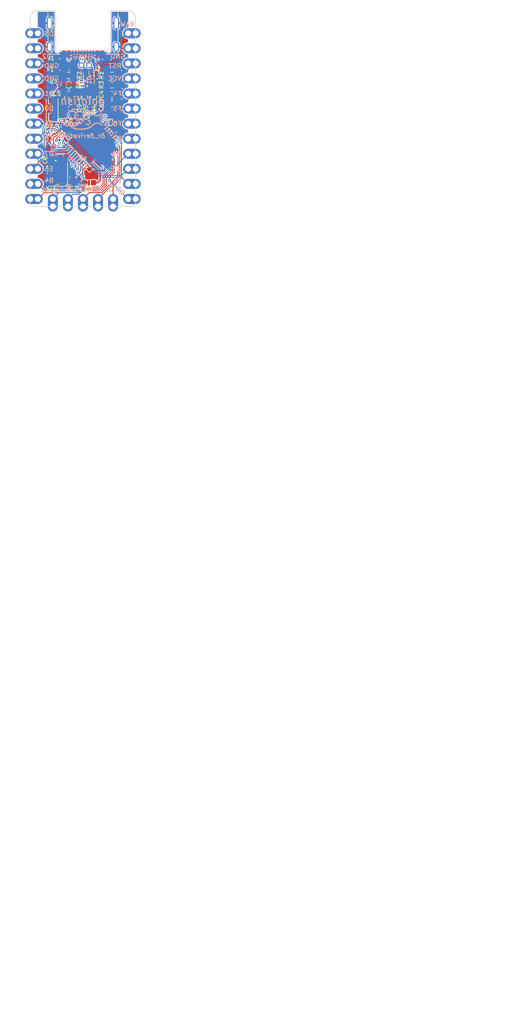
<source format=kicad_pcb>
(kicad_pcb (version 20211014) (generator pcbnew)
  (title_block (title "Goldfish v2") (date "2022-05-24") (rev "0"))
  (layers (0 "F.Cu" signal) (31 "B.Cu" signal) (34 "B.Paste" user) (35 "F.Paste" user) (36 "B.SilkS" user "B.Silkscreen") (37 "F.SilkS" user "F.Silkscreen") (38 "B.Mask" user) (39 "F.Mask" user) (44 "Edge.Cuts" user))
  (net 0 "")
  (net 1 "VCC")
  (net 2 "GND")
  (net 3 "VBUS")
  (net 4 "Net-(C7-Pad1)")
  (net 5 "Net-(C8-Pad1)")
  (net 6 "Net-(C9-Pad1)")
  (net 7 "Net-(C10-Pad1)")
  (net 8 "Net-(J1-PadA5)")
  (net 9 "/D+")
  (net 10 "/D-")
  (net 12 "Net-(J1-PadB5)")
  (net 14 "/RESET")
  (net 15 "/PF4")
  (net 16 "/PF5")
  (net 17 "/PF6")
  (net 18 "/PF7")
  (net 19 "/PB1")
  (net 20 "/PB3")
  (net 21 "/PB2")
  (net 22 "/PB6")
  (net 23 "/PB5")
  (net 24 "/PB4")
  (net 25 "/PE6")
  (net 26 "/PD7")
  (net 27 "/PC6")
  (net 28 "/PD4")
  (net 29 "/PD0")
  (net 30 "/PD1")
  (net 31 "/PD2")
  (net 32 "/PD3")
  (net 33 "/PF0")
  (net 34 "/PF1")
  (net 35 "/PC7")
  (net 36 "/PD5")
  (net 37 "/PB7")
  (net 38 "Net-(R4-Pad1)")
  (net 39 "/PD+")
  (net 42 "/PD-")
  (net 43 "Net-(R5-Pad2)")
  (net 44 "/RAW")
  (footprint "Resistor_SMD:R_0603_1608Metric" (layer "F.Cu") (at 31.8 38.1 90)
    (fp_text reference "R5")
    (fp_text value "22")
  )
  (footprint "Capacitor_SMD:C_0603_1608Metric" (layer "F.Cu") (at 24.2 45.9 -90)
    (fp_text reference "C1")
    (fp_text value "0u1")
  )
  (footprint "Resistor_SMD:R_0603_1608Metric" (layer "F.Cu") (at 27.6 34.4)
    (fp_text reference "R2")
    (fp_text value "5k1")
  )
  (footprint "Diode_SMD:D_SOD-123F" (layer "F.Cu") (at 24.8 40 90)
    (fp_text reference "D1")
    (fp_text value "D_Schottky")
  )
  (footprint "Capacitor_SMD:C_0603_1608Metric" (layer "F.Cu") (at 27.6 37.6 180)
    (fp_text reference "C5")
    (fp_text value "0u1")
  )
  (footprint "Resistor_SMD:R_0603_1608Metric" (layer "F.Cu") (at 34.9 36)
    (fp_text reference "R3")
    (fp_text value "10k")
  )
  (footprint "Crystal:Crystal_SMD_SeikoEpson_FA238-4Pin_3.2x2.5mm" (layer "F.Cu") (at 25.8 51.1 90)
    (fp_text reference "X1")
    (fp_text value "16MHz")
  )
  (footprint "Molex 216990_GCT USB45xx_HRO TYPE-C-31-M-13x:Molex-216990_GCT-USB45xx_HRO-TYPE-C-31-M-13x" (layer "F.Cu") (at 30 23.49 180)
    (fp_text reference "J1")
    (fp_text value "USB_C_Receptacle_USB2.0")
    (fp_line (start 4.62 -6.7) (end 4.62 0) (layer "Edge.Cuts") (width 0.12))
    (fp_line (start -4.62 0) (end -4.62 -6.7) (layer "Edge.Cuts") (width 0.12))
    (fp_line (start -4.02 -6.7) (end 4.02 -6.7) (layer "Edge.Cuts") (width 0.12))
    (fp_line (start 4.62 0) (end 7.62 0) (layer "Edge.Cuts") (width 0.12))
    (fp_line (start -7.62 0) (end -4.62 0) (layer "Edge.Cuts") (width 0.12))
    (fp_arc (start -4.62 -6.7) (mid -4.32 -7) (end -4.02 -6.7) (layer "Edge.Cuts") (width 0.12))
    (fp_arc (start 4.02 -6.7) (mid 4.32 -7) (end 4.62 -6.7) (layer "Edge.Cuts") (width 0.12))
  )
  (footprint "Capacitor_SMD:C_0603_1608Metric" (layer "F.Cu") (at 25.4 48.2)
    (fp_text reference "C8")
    (fp_text value "22p")
  )
  (footprint "Package_DFN_QFN:QFN-44-1EP_7x7mm_P0.5mm_EP5.2x5.2mm" (layer "F.Cu") (at 31.1 45.7 -45)
    (fp_text reference "U1")
    (fp_text value "ATmega32U4-M")
  )
  (footprint "Goldfish Pins:Pins_x12_Castellated" (layer "F.Cu") (at 37.62 27.3)
    (fp_text reference "J3" hide)
    (fp_text value "Conn_01x12" hide)
  )
  (footprint "Capacitor_SMD:C_0603_1608Metric" (layer "F.Cu") (at 28.3 51.6 90)
    (fp_text reference "C7")
    (fp_text value "22p")
  )
  (footprint "Resistor_SMD:R_0603_1608Metric" (layer "F.Cu") (at 27.6 36 180)
    (fp_text reference "R6")
    (fp_text value "10k")
  )
  (footprint "Goldfish Pins:Pins_x05_Castellated" (layer "F.Cu") (at 35.08 55.24 -90)
    (fp_text reference "J5" hide)
    (fp_text value "Conn_01x05" hide)
  )
  (footprint "Fuse:Fuse_0805_2012Metric" (layer "F.Cu") (at 24.8 35.4 -90)
    (fp_text reference "F1")
    (fp_text value "500mA")
  )
  (footprint "Capacitor_SMD:C_0603_1608Metric" (layer "F.Cu") (at 31 52.5 180)
    (fp_text reference "C2")
    (fp_text value "0u1")
  )
  (footprint "Capacitor_SMD:C_0603_1608Metric" (layer "F.Cu") (at 35.8 42.3 90)
    (fp_text reference "C3")
    (fp_text value "0u1")
  )
  (footprint "Goldfish Pins:Pins_x12_Castellated" (layer "F.Cu") (at 22.38 55.24 180)
    (fp_text reference "J4" hide)
    (fp_text value "Conn_01x12" hide)
  )
  (footprint "Capacitor_SMD:C_0603_1608Metric" (layer "F.Cu") (at 34.9 37.6)
    (fp_text reference "C4")
    (fp_text value "0u1")
  )
  (footprint "Capacitor_SMD:C_0603_1608Metric" (layer "F.Cu") (at 27.6 39.2)
    (fp_text reference "C9")
    (fp_text value "1u")
  )
  (footprint "Package_TO_SOT_SMD:SOT-666" (layer "F.Cu") (at 31 35 -90)
    (fp_text reference "U2")
    (fp_text value "USBLC6-2P6")
  )
  (footprint "Capacitor_SMD:C_0603_1608Metric" (layer "F.Cu") (at 27.6 40.8)
    (fp_text reference "C6")
    (fp_text value "4u7")
  )
  (footprint "Resistor_SMD:R_0603_1608Metric" (layer "F.Cu") (at 34.9 34.4)
    (fp_text reference "R1")
    (fp_text value "5k1")
  )
  (footprint "Resistor_SMD:R_0603_1608Metric" (layer "F.Cu") (at 30.2 38.1 -90)
    (fp_text reference "R4")
    (fp_text value "22")
  )
  (footprint "Capacitor_SMD:C_0603_1608Metric" (layer "F.Cu") (at 34.9 39.2 180)
    (fp_text reference "C10")
    (fp_text value "0u1")
  )
  (footprint "Goldfish Pins:Pins_USB" (layer "F.Cu") (at 29.765 32.7 90)
    (fp_text reference "J2" hide)
    (fp_text value "Conn_01x02" hide)
  )
  (footprint "Goldfish Logo:Goldfish_Silkscreen" (layer "B.Cu") (at 30 42 180)
    (fp_text reference "G***" hide)
    (fp_text value "LOGO" hide)
  )
  (gr_arc (start 38.89 55.875) (mid 38.704013 56.324013) (end 38.255 56.51) (layer "Edge.Cuts") (width 0.12))
  (gr_arc (start 21.11 24.76) (mid 21.481974 23.861974) (end 22.38 23.49) (layer "Edge.Cuts") (width 0.12))
  (gr_line (start 38.255 56.51) (end 21.745 56.51) (layer "Edge.Cuts") (width 0.12))
  (gr_line (start 38.89 24.76) (end 38.89 55.875) (layer "Edge.Cuts") (width 0.12))
  (gr_arc (start 37.62 23.49) (mid 38.518026 23.861974) (end 38.89 24.76) (layer "Edge.Cuts") (width 0.12))
  (gr_arc (start 21.745 56.51) (mid 21.295987 56.324013) (end 21.11 55.875) (layer "Edge.Cuts") (width 0.12))
  (gr_line (start 21.11 55.875) (end 21.11 24.76) (layer "Edge.Cuts") (width 0.12))
  (gr_text "D+" (at 29.75 33.4 270) (layer "B.SilkS") (effects (font (size 0.75 0.8)) (justify right mirror)))
  (gr_text "USB" (at 30.4 31.5) (layer "B.SilkS") (effects (font (size 0.75 0.8)) (justify mirror)))
  (gr_text "D0" (at 23.396 40) (layer "B.SilkS") (effects (font (size 0.75 0.8)) (justify right mirror)))
  (gr_text "VCC" (at 36.604 34.92) (layer "B.SilkS") (effects (font (size 0.75 0.8)) (justify left mirror)))
  (gr_text "B4" (at 23.396 52.1) (layer "B.SilkS") (effects (font (size 0.75 0.8)) (justify right mirror)))
  (gr_text "F7" (at 36.604 45.08) (layer "B.SilkS") (effects (font (size 0.75 0.8)) (justify left mirror)))
  (gr_text "F6" (at 36.604 42.54) (layer "B.SilkS") (effects (font (size 0.75 0.8)) (justify left mirror)))
  (gr_text "C7" (at 30 54.224 -90) (layer "B.SilkS") (effects (font (size 0.75 0.8)) (justify left mirror)))
  (gr_text "GND" (at 37.2 31.2) (layer "B.SilkS") (effects (font (size 0.75 0.8)) (justify left mirror)))
  (gr_text "B1" (at 36.604 47.62) (layer "B.SilkS") (effects (font (size 0.75 0.8)) (justify left mirror)))
  (gr_text "B5" (at 23.1 54.5 45) (layer "B.SilkS") (effects (font (size 0.75 0.8)) (justify right mirror)))
  (gr_text "GND" (at 23.396 32.8) (layer "B.SilkS") (effects (font (size 0.75 0.8)) (justify right mirror)))
  (gr_text "D3" (at 23.4 27.4) (layer "B.SilkS") (effects (font (size 0.75 0.8)) (justify right mirror)))
  (gr_text "D7" (at 23.396 47.62) (layer "B.SilkS") (effects (font (size 0.75 0.8)) (justify right mirror)))
  (gr_text "∂r_∂erivative" (at 30 44.6) (layer "B.SilkS") (effects (font (size 0.75 0.8) (thickness 0.15) italic) (justify mirror)))
  (gr_text "D4" (at 23.396 42.54) (layer "B.SilkS") (effects (font (size 0.75 0.8)) (justify right mirror)))
  (gr_text "goldfish" (at 30 38.7) (layer "B.SilkS") (effects (font (size 1.4 1.25) (thickness 0.2) italic) (justify mirror)))
  (gr_text "B6" (at 36.9 54.5 -45) (layer "B.SilkS") (effects (font (size 0.75 0.8)) (justify left mirror)))
  (gr_text "RAW" (at 37.5 25.8) (layer "B.SilkS") (effects (font (size 0.75 0.8)) (justify mirror)))
  (gr_text "D1" (at 23.396 37.46) (layer "B.SilkS") (effects (font (size 0.75 0.8)) (justify right mirror)))
  (gr_text "C6" (at 23.396 45.08) (layer "B.SilkS") (effects (font (size 0.75 0.8)) (justify right mirror)))
  (gr_text "RST" (at 36.604 32.8) (layer "B.SilkS") (effects (font (size 0.75 0.8)) (justify left mirror)))
  (gr_text "F4" (at 36.604 37.46) (layer "B.SilkS") (effects (font (size 0.75 0.8)) (justify left mirror)))
  (gr_text "B7" (at 25.5 54.224 -90) (layer "B.SilkS") (effects (font (size 0.75 0.8)) (justify left mirror)))
  (gr_text "F0" (at 34.5 54.224 -90) (layer "B.SilkS") (effects (font (size 0.75 0.8)) (justify left mirror)))
  (gr_text "D2" (at 23 31.2) (layer "B.SilkS") (effects (font (size 0.75 0.8)) (justify right mirror)))
  (gr_text "D-" (at 31.05 33.4 270) (layer "B.SilkS") (effects (font (size 0.75 0.8)) (justify right mirror)))
  (gr_text "B3" (at 36.604 50.16) (layer "B.SilkS") (effects (font (size 0.75 0.8)) (justify left mirror)))
  (gr_text "v2\nrev0" (at 30 48.89) (layer "B.SilkS") (effects (font (size 0.75 0.8)) (justify mirror)))
  (gr_text "GND" (at 23.396 34.92) (layer "B.SilkS") (effects (font (size 0.75 0.8)) (justify right mirror)))
  (gr_text "B2" (at 36.604 52.1) (layer "B.SilkS") (effects (font (size 0.75 0.8)) (justify left mirror)))
  (gr_text "E6" (at 23.396 50.16) (layer "B.SilkS") (effects (font (size 0.75 0.8)) (justify right mirror)))
  (gr_text "F1" (at 32.54 54.224 -90) (layer "B.SilkS") (effects (font (size 0.75 0.8)) (justify left mirror)))
  (gr_text "F5" (at 36.604 40) (layer "B.SilkS") (effects (font (size 0.75 0.8)) (justify left mirror)))
  (gr_text "D5" (at 27.46 54.224 -90) (layer "B.SilkS") (effects (font (size 0.75 0.8)) (justify left mirror)))
  (segment (start 36.124511 43.399511) (end 36.124511 44.275489) (width 0.25) (layer "F.Cu") (net 1))
  (segment (start 31.692202 41.572264) (end 32.1 41.164466) (width 0.25) (layer "F.Cu") (net 1))
  (segment (start 32.045755 49.474182) (end 32.045755 49.487527) (width 0.25) (layer "F.Cu") (net 1))
  (segment (start 26.2 42.8) (end 26.2 43) (width 0.25) (layer "F.Cu") (net 1))
  (segment (start 32.529114 49.970886) (end 32.982739 50.424511) (width 0.25) (layer "F.Cu") (net 1))
  (segment (start 27.679371 46.999309) (end 27.27868 47.4) (width 0.25) (layer "F.Cu") (net 1))
  (segment (start 33.675489 50.424511) (end 33.9 50.2) (width 0.25) (layer "F.Cu") (net 1))
  (segment (start 24.2 45.493573) (end 24.2 45.125) (width 0.25) (layer "F.Cu") (net 1))
  (segment (start 36.54 36) (end 37.62 34.92) (width 0.25) (layer "F.Cu") (net 1))
  (segment (start 32.982739 50.424511) (end 33.675489 50.424511) (width 0.25) (layer "F.Cu") (net 1))
  (segment (start 26.2 42.8) (end 24.8 41.4) (width 0.25) (layer "F.Cu") (net 1))
  (segment (start 35.4 45.280062) (end 35.4 45.7) (width 0.25) (layer "F.Cu") (net 1))
  (segment (start 34.125 37.6) (end 35.725 36) (width 0.25) (layer "F.Cu") (net 1))
  (segment (start 26.2 43) (end 26.3 43.1) (width 0.25) (layer "F.Cu") (net 1))
  (segment (start 36.124511 44.275489) (end 35.8 44.6) (width 0.25) (layer "F.Cu") (net 1))
  (segment (start 32.5 52.5) (end 32.9 52.1) (width 0.25) (layer "F.Cu") (net 1))
  (segment (start 33.4 38.325) (end 34.125 37.6) (width 0.25) (layer "F.Cu") (net 1))
  (segment (start 33.4 39.86064) (end 32.1 41.16064) (width 0.25) (layer "F.Cu") (net 1))
  (segment (start 25.074519 44.250481) (end 25.410454 44.250481) (width 0.25) (layer "F.Cu") (net 1))
  (segment (start 35.735534 44.6) (end 35.8 44.6) (width 0.25) (layer "F.Cu") (net 1))
  (segment (start 31.775 52.5) (end 32.5 52.5) (width 0.25) (layer "F.Cu") (net 1))
  (segment (start 31.692202 41.572264) (end 31.5 41.380062) (width 0.25) (layer "F.Cu") (net 1))
  (segment (start 24.94952 46.74952) (end 24.94952 46.243093) (width 0.25) (layer "F.Cu") (net 1))
  (segment (start 32.045755 49.487527) (end 32.529114 49.970886) (width 0.25) (layer "F.Cu") (net 1))
  (segment (start 24.2 45.125) (end 25.074519 44.250481) (width 0.25) (layer "F.Cu") (net 1))
  (segment (start 35.227736 45.107798) (end 35.735534 44.6) (width 0.25) (layer "F.Cu") (net 1))
  (segment (start 24.94952 46.243093) (end 24.2 45.493573) (width 0.25) (layer "F.Cu") (net 1))
  (segment (start 35.8 43.075) (end 36.124511 43.399511) (width 0.25) (layer "F.Cu") (net 1))
  (segment (start 25.6 47.4) (end 24.94952 46.74952) (width 0.25) (layer "F.Cu") (net 1))
  (segment (start 32.9 52.1) (end 32.9 50.341772) (width 0.25) (layer "F.Cu") (net 1))
  (segment (start 25.410454 44.250481) (end 26.2 43.460936) (width 0.25) (layer "F.Cu") (net 1))
  (segment (start 26.3 43.360935) (end 25.410454 44.250481) (width 0.25) (layer "F.Cu") (net 1))
  (segment (start 31.5 41.380062) (end 31.5 41) (width 0.25) (layer "F.Cu") (net 1))
  (segment (start 35.725 36) (end 36.54 36) (width 0.25) (layer "F.Cu") (net 1))
  (segment (start 35.227736 45.107798) (end 35.4 45.280062) (width 0.25) (layer "F.Cu") (net 1))
  (segment (start 26.3 43.1) (end 26.3 43.360935) (width 0.25) (layer "F.Cu") (net 1))
  (segment (start 32.1 41.16064) (end 32.1 41.164466) (width 0.25) (layer "F.Cu") (net 1))
  (segment (start 27.27868 47.4) (end 25.6 47.4) (width 0.25) (layer "F.Cu") (net 1))
  (segment (start 33.4 39.86064) (end 33.4 38.325) (width 0.25) (layer "F.Cu") (net 1))
  (segment (start 32.9 50.341772) (end 32.529114 49.970886) (width 0.25) (layer "F.Cu") (net 1))
  (via (at 31.5 41) (size 0.5) (drill 0.2) (layers "F.Cu" "B.Cu") (net 1))
  (via (at 33.9 50.2) (size 0.5) (drill 0.2) (layers "F.Cu" "B.Cu") (net 1))
  (via (at 35.4 45.7) (size 0.5) (drill 0.2) (layers "F.Cu" "B.Cu") (net 1))
  (via (at 26.3 43.1) (size 0.5) (drill 0.2) (layers "F.Cu" "B.Cu") (net 1))
  (segment (start 26.5 43.3) (end 27.9 43.3) (width 0.25) (layer "B.Cu") (net 1))
  (segment (start 35.4 45.7) (end 33.9 47.2) (width 0.25) (layer "B.Cu") (net 1))
  (segment (start 31.5 41.8) (end 35.4 45.7) (width 0.25) (layer "B.Cu") (net 1))
  (segment (start 31.5 41) (end 31.5 41.8) (width 0.25) (layer "B.Cu") (net 1))
  (segment (start 26.5 43.3) (end 30 43.3) (width 0.25) (layer "B.Cu") (net 1))
  (segment (start 30 43.3) (end 31.5 41.8) (width 0.25) (layer "B.Cu") (net 1))
  (segment (start 33.9 49.3) (end 33.9 50.2) (width 0.25) (layer "B.Cu") (net 1))
  (segment (start 33.9 47.2) (end 33.9 50.2) (width 0.25) (layer "B.Cu") (net 1))
  (segment (start 26.3 43.1) (end 26.5 43.3) (width 0.25) (layer "B.Cu") (net 1))
  (segment (start 27.9 43.3) (end 33.9 49.3) (width 0.25) (layer "B.Cu") (net 1))
  (segment (start 24 52.1) (end 24 50.9) (width 0.25) (layer "F.Cu") (net 2))
  (segment (start 35.6 38.4) (end 36.5 38.4) (width 0.25) (layer "F.Cu") (net 2))
  (segment (start 25.4 48.2) (end 25.4 48.8) (width 0.25) (layer "F.Cu") (net 2))
  (segment (start 23.804031 47.795969) (end 24.2 47.4) (width 0.25) (layer "F.Cu") (net 2))
  (segment (start 31 51.8) (end 31 52.5) (width 0.25) (layer "F.Cu") (net 2))
  (segment (start 31.3 35) (end 31 34.7) (width 0.25) (layer "F.Cu") (net 2))
  (segment (start 34.635534 45.7) (end 31.1 45.7) (width 0.25) (layer "F.Cu") (net 2))
  (segment (start 26.825 36.875) (end 26.9 36.8) (width 0.25) (layer "F.Cu") (net 2))
  (segment (start 28.556427 53.3) (end 28.556427 53.299984) (width 0.25) (layer "F.Cu") (net 2))
  (segment (start 28.3 51.5) (end 28.4 51.6) (width 0.25) (layer "F.Cu") (net 2))
  (segment (start 34.125 39.2) (end 34.125 39.700646) (width 0.25) (layer "F.Cu") (net 2))
  (segment (start 34.1 31.1) (end 33.74 30.74) (width 0.25) (layer "F.Cu") (net 2))
  (segment (start 24 53.3) (end 24 52.1) (width 0.25) (layer "F.Cu") (net 2))
  (segment (start 35.8 33.6) (end 36.5 33.6) (width 0.25) (layer "F.Cu") (net 2))
  (segment (start 25.2 53.3) (end 26.4 53.3) (width 0.25) (layer "F.Cu") (net 2))
  (segment (start 24 53.3) (end 25.2 53.3) (width 0.25) (layer "F.Cu") (net 2))
  (segment (start 22.38 32.38) (end 23.48 32.38) (width 0.25) (layer "F.Cu") (net 2))
  (segment (start 35.2 31.1) (end 35.62 30.68) (width 0.25) (layer "F.Cu") (net 2))
  (segment (start 31 34.7) (end 31 34.075) (width 0.25) (layer "F.Cu") (net 2))
  (segment (start 32.4 35) (end 31.3 35) (width 0.25) (layer "F.Cu") (net 2))
  (segment (start 29.156411 52.7) (end 29.3 52.7) (width 0.25) (layer "F.Cu") (net 2))
  (segment (start 35.6 42.2255) (end 35.6 41.725) (width 0.25) (layer "F.Cu") (net 2))
  (segment (start 31.6 51.6) (end 31.2 51.6) (width 0.25) (layer "F.Cu") (net 2))
  (segment (start 28.375 40.8) (end 28.375 42.267893) (width 0.25) (layer "F.Cu") (net 2))
  (segment (start 34.75 31.75) (end 36.5 33.5) (width 0.25) (layer "F.Cu") (net 2))
  (segment (start 24.2 51.1) (end 24 50.9) (width 0.25) (layer "F.Cu") (net 2))
  (segment (start 24.38 29.59) (end 24.38 30.38) (width 0.25) (layer "F.Cu") (net 2))
  (segment (start 28.3 50.2) (end 28 49.9) (width 0.25) (layer "F.Cu") (net 2))
  (segment (start 36.5 33.5) (end 36.5 33.6) (width 0.25) (layer "F.Cu") (net 2))
  (segment (start 26.775 33.675) (end 26.8 33.65) (width 0.25) (layer "F.Cu") (net 2))
  (segment (start 35.725 33.675) (end 35.8 33.6) (width 0.25) (layer "F.Cu") (net 2))
  (segment (start 26.4 53.3) (end 27.6 53.3) (width 0.25) (layer "F.Cu") (net 2))
  (segment (start 26.8 35.2) (end 28.3 35.2) (width 0.25) (layer "F.Cu") (net 2))
  (segment (start 28.4 51.6) (end 28.9 51.6) (width 0.25) (layer "F.Cu") (net 2))
  (segment (start 27.7 33.5) (end 26.95 33.5) (width 0.25) (layer "F.Cu") (net 2))
  (segment (start 33.2 31.6) (end 33.3 31.7) (width 0.25) (layer "F.Cu") (net 2))
  (segment (start 33.74 30.74) (end 33.2 30.74) (width 0.25) (layer "F.Cu") (net 2))
  (segment (start 29.3 51.9) (end 28.95 51.55) (width 0.25) (layer "F.Cu") (net 2))
  (segment (start 34.125 39.2) (end 34.125 38.475) (width 0.25) (layer "F.Cu") (net 2))
  (segment (start 26.16 30.74) (end 26.8 30.74) (width 0.25) (layer "F.Cu") (net 2))
  (segment (start 26.825 37.6) (end 26.825 36.875) (width 0.25) (layer "F.Cu") (net 2))
  (segment (start 35.62 29.59) (end 36.49 29.59) (width 0.25) (layer "F.Cu") (net 2))
  (segment (start 25.9 31) (end 26.16 30.74) (width 0.25) (layer "F.Cu") (net 2))
  (segment (start 31.692202 49.827736) (end 32.3 50.435534) (width 0.25) (layer "F.Cu") (net 2))
  (segment (start 31.2 51.6) (end 31 51.8) (width 0.25) (layer "F.Cu") (net 2))
  (segment (start 24 48.9) (end 24 49.7) (width 0.25) (layer "F.Cu") (net 2))
  (segment (start 23.7 34.2) (end 23.7 34.7) (width 0.25) (layer "F.Cu") (net 2))
  (segment (start 23.48 32.38) (end 23.7 32.6) (width 0.25) (layer "F.Cu") (net 2))
  (segment (start 35.6 41.725) (end 35.8 41.525) (width 0.25) (layer "F.Cu") (net 2))
  (segment (start 26.9 36.8) (end 28.4 36.8) (width 0.25) (layer "F.Cu") (net 2))
  (segment (start 23.804031 48.495969) (end 23.804031 47.795969) (width 0.25) (layer "F.Cu") (net 2))
  (segment (start 28.032924 47.352862) (end 29.685786 45.7) (width 0.25) (layer "F.Cu") (net 2))
  (segment (start 24.38 29.59) (end 24.38 30.68) (width 0.25) (layer "F.Cu") (net 2))
  (segment (start 29.5 52.5) (end 29.3 52.7) (width 0.25) (layer "F.Cu") (net 2))
  (segment (start 28.375 38.475) (end 28.3 38.4) (width 0.25) (layer "F.Cu") (net 2))
  (segment (start 34.874182 44.754245) (end 35.6 44.028427) (width 0.25) (layer "F.Cu") (net 2))
  (segment (start 28.556427 53.299984) (end 29.156411 52.7) (width 0.25) (layer "F.Cu") (net 2))
  (segment (start 25.4 48.2) (end 25.4 47.793573) (width 0.25) (layer "F.Cu") (net 2))
  (segment (start 31.1 42.871573) (end 31.1 45.7) (width 0.25) (layer "F.Cu") (net 2))
  (segment (start 23.7 32.6) (end 23.7 34.2) (width 0.25) (layer "F.Cu") (net 2))
  (segment (start 34.2 38.4) (end 34.9 38.4) (width 0.25) (layer "F.Cu") (net 2))
  (segment (start 35.725 34.4) (end 35.725 33.675) (width 0.25) (layer "F.Cu") (net 2))
  (segment (start 32.3 50.9) (end 31.6 51.6) (width 0.25) (layer "F.Cu") (net 2))
  (segment (start 28.4 36.8) (end 28.425 36.775) (width 0.25) (layer "F.Cu") (net 2))
  (segment (start 28.032924 47.352862) (end 27.185786 48.2) (width 0.25) (layer "F.Cu") (net 2))
  (segment (start 26.6 51.1) (end 24.9 51.1) (width 0.25) (layer "F.Cu") (net 2))
  (segment (start 28.3 38.4) (end 26.9 38.4) (width 0.25) (layer "F.Cu") (net 2))
  (segment (start 36.5 29.6) (end 36.5 29.85) (width 0.25) (layer "F.Cu") (net 2))
  (segment (start 28.425 36.775) (end 28.425 36) (width 0.25) (layer "F.Cu") (net 2))
  (segment (start 34.874182 44.754245) (end 33.928427 45.7) (width 0.25) (layer "F.Cu") (net 2))
  (segment (start 24.9 51.1) (end 25 51.2) (width 0.25) (layer "F.Cu") (net 2))
  (segment (start 27.185786 48.2) (end 26.175 48.2) (width 0.25) (layer "F.Cu") (net 2))
  (segment (start 33.928427 45.7) (end 31.1 45.7) (width 0.25) (layer "F.Cu") (net 2))
  (segment (start 29.093585 42.986478) (end 31.1 44.992893) (width 0.25) (layer "F.Cu") (net 2))
  (segment (start 26.775 34.4) (end 26.775 35.175) (width 0.25) (layer "F.Cu") (net 2))
  (segment (start 35.7 38.3) (end 35.7 37.625) (width 0.25) (layer "F.Cu") (net 2))
  (segment (start 24 50.9) (end 24 49.7) (width 0.25) (layer "F.Cu") (net 2))
  (segment (start 26.9 38.4) (end 26.825 38.325) (width 0.25) (layer "F.Cu") (net 2))
  (segment (start 35.62 30.68) (end 35.62 29.59) (width 0.25) (layer "F.Cu") (net 2))
  (segment (start 23.62 32.38) (end 22.38 32.38) (width 0.25) (layer "F.Cu") (net 2))
  (segment (start 36.5 29.85) (end 37.61 29.85) (width 0.25) (layer "F.Cu") (net 2))
  (segment (start 28.3 35.2) (end 28.425 35.325) (width 0.25) (layer "F.Cu") (net 2))
  (segment (start 22.38 34.92) (end 23.48 34.92) (width 0.25) (layer "F.Cu") (net 2))
  (segment (start 29.3 52.2) (end 29.3 51.9) (width 0.25) (layer "F.Cu") (net 2))
  (segment (start 23.7 48.6) (end 23.804031 48.495969) (width 0.25) (layer "F.Cu") (net 2))
  (segment (start 31.692202 49.827736) (end 31.1 49.235534) (width 0.25) (layer "F.Cu") (net 2))
  (segment (start 28.375 42.267893) (end 29.093585 42.986478) (width 0.25) (layer "F.Cu") (net 2))
  (segment (start 35.7 37.625) (end 35.675 37.6) (width 0.25) (layer "F.Cu") (net 2))
  (segment (start 34.1 31.1) (end 35.2 31.1) (width 0.25) (layer "F.Cu") (net 2))
  (segment (start 23.7 48.6) (end 24 48.9) (width 0.25) (layer "F.Cu") (net 2))
  (segment (start 34.1 31.1) (end 34.75 31.75) (width 0.25) (layer "F.Cu") (net 2))
  (segment (start 31.1 49.235534) (end 31.1 45.7) (width 0.25) (layer "F.Cu") (net 2))
  (segment (start 35.6 44.028427) (end 35.6 44) (width 0.25) (layer "F.Cu") (net 2))
  (segment (start 24.9 51.1) (end 24.2 51.1) (width 0.25) (layer "F.Cu") (net 2))
  (segment (start 31.1 44.992893) (end 31.1 45.7) (width 0.25) (layer "F.Cu") (net 2))
  (segment (start 25.006427 47.4) (end 24.2 47.4) (width 0.25) (layer "F.Cu") (net 2))
  (segment (start 24.2 47.4) (end 24.2 46.675) (width 0.25) (layer "F.Cu") (net 2))
  (segment (start 23.48 34.92) (end 23.7 34.7) (width 0.25) (layer "F.Cu") (net 2))
  (segment (start 24.38 31.62) (end 23.62 32.38) (width 0.25) (layer "F.Cu") (net 2))
  (segment (start 29.685786 45.7) (end 31.1 45.7) (width 0.25) (layer "F.Cu") (net 2))
  (segment (start 26.775 35.175) (end 26.8 35.2) (width 0.25) (layer "F.Cu") (net 2))
  (segment (start 33.2 30.74) (end 33.2 31.6) (width 0.25) (layer "F.Cu") (net 2))
  (segment (start 27.7 33.5) (end 27.6 33.6) (width 0.25) (layer "F.Cu") (net 2))
  (segment (start 31 52.5) (end 30.225 52.5) (width 0.25) (layer "F.Cu") (net 2))
  (segment (start 28.375 39.2) (end 28.375 38.475) (width 0.25) (layer "F.Cu") (net 2))
  (segment (start 32.435787 41.535787) (end 32.045755 41.925818) (width 0.25) (layer "F.Cu") (net 2))
  (segment (start 24.38 30.68) (end 24.38 31.62) (width 0.25) (layer "F.Cu") (net 2))
  (segment (start 25 51.2) (end 25 52.2) (width 0.25) (layer "F.Cu") (net 2))
  (segment (start 28.3 50.825) (end 28.3 50.2) (width 0.25) (layer "F.Cu") (net 2))
  (segment (start 28.425 35.325) (end 28.425 36) (width 0.25) (layer "F.Cu") (net 2))
  (segment (start 26.95 33.5) (end 26.775 33.675) (width 0.25) (layer "F.Cu") (net 2))
  (segment (start 25.4 47.793573) (end 25.006427 47.4) (width 0.25) (layer "F.Cu") (net 2))
  (segment (start 26.175 48.2) (end 25.4 48.2) (width 0.25) (layer "F.Cu") (net 2))
  (segment (start 29.3 52.2) (end 29.3 52.7) (width 0.25) (layer "F.Cu") (net 2))
  (segment (start 32.045755 41.925818) (end 31.1 42.871573) (width 0.25) (layer "F.Cu") (net 2))
  (segment (start 32.435787 41.389859) (end 32.435787 41.535787) (width 0.25) (layer "F.Cu") (net 2))
  (segment (start 24.38 30.68) (end 24.7 31) (width 0.25) (layer "F.Cu") (net 2))
  (segment (start 28.3 50.825) (end 28.3 51.5) (width 0.25) (layer "F.Cu") (net 2))
  (segment (start 26.6 50) (end 26.6 51.1) (width 0.25) (layer "F.Cu") (net 2))
  (segment (start 28.375 40.8) (end 28.375 39.2) (width 0.25) (layer "F.Cu") (net 2))
  (segment (start 28.9 51.6) (end 28.95 51.55) (width 0.25) (layer "F.Cu") (net 2))
  (segment (start 36.49 29.59) (end 36.5 29.6) (width 0.25) (layer "F.Cu") (net 2))
  (segment (start 37.61 29.85) (end 37.62 29.84) (width 0.25) (layer "F.Cu") (net 2))
  (segment (start 34.125 38.475) (end 34.2 38.4) (width 0.25) (layer "F.Cu") (net 2))
  (segment (start 35.6 38.4) (end 35.7 38.3) (width 0.25) (layer "F.Cu") (net 2))
  (segment (start 34.9 38.4) (end 35.6 38.4) (width 0.25) (layer "F.Cu") (net 2))
  (segment (start 35.227736 46.292202) (end 34.635534 45.7) (width 0.25) (layer "F.Cu") (net 2))
  (segment (start 27.6 33.6) (end 27.6 35.2) (width 0.25) (layer "F.Cu") (net 2))
  (segment (start 26.825 38.325) (end 26.825 37.6) (width 0.25) (layer "F.Cu") (net 2))
  (segment (start 27.6 53.3) (end 28.556427 53.3) (width 0.25) (layer "F.Cu") (net 2))
  (segment (start 30.225 52.5) (end 29.5 52.5) (width 0.25) (layer "F.Cu") (net 2))
  (segment (start 34.125 39.700646) (end 32.435787 41.389859) (width 0.25) (layer "F.Cu") (net 2))
  (segment (start 24.7 31) (end 25.9 31) (width 0.25) (layer "F.Cu") (net 2))
  (segment (start 26.775 34.4) (end 26.775 33.675) (width 0.25) (layer "F.Cu") (net 2))
  (segment (start 32.3 50.435534) (end 32.3 50.9) (width 0.25) (layer "F.Cu") (net 2))
  (segment (start 26.8 33.65) (end 26.8 30.74) (width 0.25) (layer "F.Cu") (net 2))
  (via (at 26.1 33.5) (size 0.5) (drill 0.2) (layers "F.Cu" "B.Cu") (net 2))
  (via (at 26.4 53.3) (size 0.5) (drill 0.2) (layers "F.Cu" "B.Cu") (net 2))
  (via (at 24 52.1) (size 0.5) (drill 0.2) (layers "F.Cu" "B.Cu") (net 2))
  (via (at 24 50.9) (size 0.5) (drill 0.2) (layers "F.Cu" "B.Cu") (net 2))
  (via (at 26.1 31.6) (size 0.5) (drill 0.2) (layers "F.Cu" "B.Cu") (net 2))
  (via (at 34.6 33.1) (size 0.5) (drill 0.2) (layers "F.Cu" "B.Cu") (net 2))
  (via (at 24.3 33.5) (size 0.5) (drill 0.2) (layers "F.Cu" "B.Cu") (net 2))
  (via (at 29.2 40.1) (size 0.5) (drill 0.2) (layers "F.Cu" "B.Cu") (net 2))
  (via (at 35.6 44) (size 0.5) (drill 0.2) (layers "F.Cu" "B.Cu") (net 2))
  (via (at 24 53.3) (size 0.5) (drill 0.2) (layers "F.Cu" "B.Cu") (net 2))
  (via (at 24 49.7) (size 0.5) (drill 0.2) (layers "F.Cu" "B.Cu") (net 2))
  (via (at 27.7 33.5) (size 0.5) (drill 0.2) (layers "F.Cu" "B.Cu") (net 2))
  (via (at 28.75 31.7) (size 0.5) (drill 0.2) (layers "F.Cu" "B.Cu") (net 2))
  (via (at 36.6 36.6) (size 0.5) (drill 0.2) (layers "F.Cu" "B.Cu") (net 2))
  (via (at 23.7 48.6) (size 0.5) (drill 0.2) (layers "F.Cu" "B.Cu") (net 2))
  (via (at 33.3 31.7) (size 0.5) (drill 0.2) (layers "F.Cu" "B.Cu") (net 2))
  (via (at 34.75 31.75) (size 0.5) (drill 0.2) (layers "F.Cu" "B.Cu") (net 2))
  (via (at 28.95 51.55) (size 0.5) (drill 0.2) (layers "F.Cu" "B.Cu") (net 2))
  (via (at 29.3 38.6) (size 0.5) (drill 0.2) (layers "F.Cu" "B.Cu") (net 2))
  (via (at 25.2 53.3) (size 0.5) (drill 0.2) (layers "F.Cu" "B.Cu") (net 2))
  (via (at 33 33.9) (size 0.5) (drill 0.2) (layers "F.Cu" "B.Cu") (net 2))
  (via (at 34.9 38.4) (size 0.5) (drill 0.2) (layers "F.Cu" "B.Cu") (net 2))
  (via (at 28 49.9) (size 0.5) (drill 0.2) (layers "F.Cu" "B.Cu") (net 2))
  (via (at 27.6 35.2) (size 0.5) (drill 0.2) (layers "F.Cu" "B.Cu") (net 2))
  (via (at 32.4 35) (size 0.5) (drill 0.2) (layers "F.Cu" "B.Cu") (net 2))
  (via (at 36.5 33.6) (size 0.5) (drill 0.2) (layers "F.Cu" "B.Cu") (net 2))
  (via (at 27.6 53.3) (size 0.5) (drill 0.2) (layers "F.Cu" "B.Cu") (net 2))
  (via (at 35.6 42.2255) (size 0.5) (drill 0.2) (layers "F.Cu" "B.Cu") (net 2))
  (via (at 27.6 36.8) (size 0.5) (drill 0.2) (layers "F.Cu" "B.Cu") (net 2))
  (via (at 37 31.1) (size 0.5) (drill 0.2) (layers "F.Cu" "B.Cu") (net 2))
  (via (at 24.38 31.62) (size 0.5) (drill 0.2) (layers "F.Cu" "B.Cu") (net 2))
  (via (at 25.4 48.8) (size 0.5) (drill 0.2) (layers "F.Cu" "B.Cu") (net 2))
  (via (at 27.6 38.4) (size 0.5) (drill 0.2) (layers "F.Cu" "B.Cu") (net 2))
  (via (at 36.5 38.4) (size 0.5) (drill 0.2) (layers "F.Cu" "B.Cu") (net 2))
  (via (at 29.3 52.7) (size 0.5) (drill 0.2) (layers "F.Cu" "B.Cu") (net 2))
  (segment (start 35.6 44) (end 35.6 42.2255) (width 0.25) (layer "B.Cu") (net 2))
  (segment (start 27.7 33.5) (end 27.3 33.5) (width 0.25) (layer "B.Cu") (net 2))
  (segment (start 27.6 38.4) (end 27.6 36.8) (width 0.25) (layer "B.Cu") (net 2))
  (segment (start 27.6 33.9) (end 27.6 35.2) (width 0.25) (layer "B.Cu") (net 2))
  (segment (start 35.6 39.3) (end 35.6 42.2255) (width 0.25) (layer "B.Cu") (net 2))
  (segment (start 32.4 35) (end 32.4 35.9) (width 0.25) (layer "B.Cu") (net 2))
  (segment (start 26.7 31.7) (end 27.7 30.7) (width 0.25) (layer "B.Cu") (net 2))
  (segment (start 35.62 29.59) (end 35.62 25.59) (width 0.25) (layer "B.Cu") (net 2))
  (segment (start 36.5 38.4) (end 35.6 39.3) (width 0.25) (layer "B.Cu") (net 2))
  (segment (start 32.4 35) (end 30.6 36.8) (width 0.25) (layer "B.Cu") (net 2))
  (segment (start 27.3 33.5) (end 26.7 32.9) (width 0.25) (layer "B.Cu") (net 2))
  (segment (start 32.4 35.9) (end 34.9 38.4) (width 0.25) (layer "B.Cu") (net 2))
  (segment (start 27.6 33.5) (end 27.7 33.5) (width 0.25) (layer "B.Cu") (net 2))
  (segment (start 35.6 39.1) (end 35.6 39.3) (width 0.25) (layer "B.Cu") (net 2))
  (segment (start 30.6 36.8) (end 27.6 36.8) (width 0.25) (layer "B.Cu") (net 2))
  (segment (start 27.6 33.5) (end 27.6 33.9) (width 0.25) (layer "B.Cu") (net 2))
  (segment (start 27.6 33.5) (end 27.3 33.5) (width 0.25) (layer "B.Cu") (net 2))
  (segment (start 35.6 39.3) (end 35.6 34.5) (width 0.25) (layer "B.Cu") (net 2))
  (segment (start 27.7 30.7) (end 32.3 30.7) (width 0.25) (layer "B.Cu") (net 2))
  (segment (start 35.6 34.5) (end 36.5 33.6) (width 0.25) (layer "B.Cu") (net 2))
  (segment (start 27.7 33.5) (end 27.6 33.6) (width 0.25) (layer "B.Cu") (net 2))
  (segment (start 34.9 38.4) (end 35.6 39.1) (width 0.25) (layer "B.Cu") (net 2))
  (segment (start 32.3 30.7) (end 33.3 31.7) (width 0.25) (layer "B.Cu") (net 2))
  (segment (start 24.38 29.59) (end 24.38 25.59) (width 0.25) (layer "B.Cu") (net 2))
  (segment (start 27.6 33.6) (end 27.6 33.9) (width 0.25) (layer "B.Cu") (net 2))
  (segment (start 26.7 32.9) (end 26.7 31.7) (width 0.25) (layer "B.Cu") (net 2))
  (segment (start 27.6 36.8) (end 29.8 36.8) (width 0.25) (layer "B.Cu") (net 2))
  (segment (start 29.4 35.6) (end 30 35) (width 0.25) (layer "F.Cu") (net 3))
  (segment (start 32.4 31.7) (end 32.4 30.74) (width 0.25) (layer "F.Cu") (net 3))
  (segment (start 30.154245 41.925818) (end 29.790708 41.562281) (width 0.25) (layer "F.Cu") (net 3))
  (segment (start 30.5 35) (end 30.7 35) (width 0.25) (layer "F.Cu") (net 3))
  (segment (start 24.8 35.4) (end 24.8 34.4625) (width 0.25) (layer "F.Cu") (net 3))
  (segment (start 26 36.775) (end 26.775 36) (width 0.25) (layer "F.Cu") (net 3))
  (segment (start 26.825 40.8) (end 26.825 42.132107) (width 0.25) (layer "F.Cu") (net 3))
  (segment (start 31.059154 40.540846) (end 31.7 39.9) (width 0.25) (layer "F.Cu") (net 3))
  (segment (start 32.2 38.1) (end 29.5 38.1) (width 0.25) (layer "F.Cu") (net 3))
  (segment (start 29.1 36.225978) (end 29.1 37.7) (width 0.25) (layer "F.Cu") (net 3))
  (segment (start 30.7 35) (end 31 35.3) (width 0.25) (layer "F.Cu") (net 3))
  (segment (start 29.1 37.7) (end 29.5 38.1) (width 0.25) (layer "F.Cu") (net 3))
  (segment (start 29.790708 41.562281) (end 29.790708 41.140984) (width 0.25) (layer "F.Cu") (net 3))
  (segment (start 30.5 35) (end 30.325978 35) (width 0.25) (layer "F.Cu") (net 3))
  (segment (start 29.790708 41.140984) (end 30.390846 40.540846) (width 0.25) (layer "F.Cu") (net 3))
  (segment (start 32.6 38.5) (end 32.2 38.1) (width 0.25) (layer "F.Cu") (net 3))
  (segment (start 26 36.775) (end 26 36) (width 0.25) (layer "F.Cu") (net 3))
  (segment (start 25.4 35.4) (end 25.77452 35.77452) (width 0.25) (layer "F.Cu") (net 3))
  (segment (start 30.390846 40.540846) (end 31.059154 40.540846) (width 0.25) (layer "F.Cu") (net 3))
  (segment (start 30 35) (end 30.325978 35) (width 0.25) (layer "F.Cu") (net 3))
  (segment (start 29.1 35.9) (end 29.1 36.225978) (width 0.25) (layer "F.Cu") (net 3))
  (segment (start 31.7 39.9) (end 32.2 39.9) (width 0.25) (layer "F.Cu") (net 3))
  (segment (start 29 37.6) (end 29.5 38.1) (width 0.25) (layer "F.Cu") (net 3))
  (segment (start 26 39.975) (end 26 36.775) (width 0.25) (layer "F.Cu") (net 3))
  (segment (start 31 35.3) (end 31 35.925) (width 0.25) (layer "F.Cu") (net 3))
  (segment (start 32.6 39.5) (end 32.6 38.5) (width 0.25) (layer "F.Cu") (net 3))
  (segment (start 25.4 35.4) (end 24.8 35.4) (width 0.25) (layer "F.Cu") (net 3))
  (segment (start 26 36) (end 25.77452 35.77452) (width 0.25) (layer "F.Cu") (net 3))
  (segment (start 27.6 30.74) (end 27.6 31.7) (width 0.25) (layer "F.Cu") (net 3))
  (segment (start 28.375 37.6) (end 29 37.6) (width 0.25) (layer "F.Cu") (net 3))
  (segment (start 28.386478 43.693585) (end 27.025 42.332107) (width 0.25) (layer "F.Cu") (net 3))
  (segment (start 29.4 35.6) (end 29.1 35.9) (width 0.25) (layer "F.Cu") (net 3))
  (segment (start 26.825 40.8) (end 26 39.975) (width 0.25) (layer "F.Cu") (net 3))
  (segment (start 32.2 39.9) (end 32.6 39.5) (width 0.25) (layer "F.Cu") (net 3))
  (segment (start 26.825 42.132107) (end 27.025 42.332107) (width 0.25) (layer "F.Cu") (net 3))
  (via (at 24.8 35.4) (size 0.5) (drill 0.2) (layers "F.Cu" "B.Cu") (net 3))
  (via (at 32.4 31.7) (size 0.5) (drill 0.2) (layers "F.Cu" "B.Cu") (net 3))
  (via (at 29.4 35.6) (size 0.5) (drill 0.2) (layers "F.Cu" "B.Cu") (net 3))
  (via (at 27.6 31.7) (size 0.5) (drill 0.2) (layers "F.Cu" "B.Cu") (net 3))
  (segment (start 32 34) (end 30.4 35.6) (width 0.25) (layer "B.Cu") (net 3))
  (segment (start 32.4 33.1) (end 32 33.5) (width 0.25) (layer "B.Cu") (net 3))
  (segment (start 31.8 31.1) (end 28.2 31.1) (width 0.25) (layer "B.Cu") (net 3))
  (segment (start 29.19952 35.80048) (end 25.20048 35.80048) (width 0.25) (layer "B.Cu") (net 3))
  (segment (start 32 33.5) (end 32 34) (width 0.25) (layer "B.Cu") (net 3))
  (segment (start 28.2 31.1) (end 27.6 31.7) (width 0.25) (layer "B.Cu") (net 3))
  (segment (start 30.4 35.6) (end 29.4 35.6) (width 0.25) (layer "B.Cu") (net 3))
  (segment (start 32.4 31.7) (end 31.8 31.1) (width 0.25) (layer "B.Cu") (net 3))
  (segment (start 29.4 35.6) (end 29.19952 35.80048) (width 0.25) (layer "B.Cu") (net 3))
  (segment (start 25.20048 35.80048) (end 24.8 35.4) (width 0.25) (layer "B.Cu") (net 3))
  (segment (start 32.4 31.7) (end 32.4 33.1) (width 0.25) (layer "B.Cu") (net 3))
  (segment (start 27.5 49.3) (end 28.740031 48.059969) (width 0.15) (layer "F.Cu") (net 4))
  (segment (start 27.5 51.2) (end 27.5 49.3) (width 0.15) (layer "F.Cu") (net 4))
  (segment (start 26.775 52.375) (end 26.6 52.2) (width 0.15) (layer "F.Cu") (net 4))
  (segment (start 26.6 52.2) (end 26.6 52.1) (width 0.15) (layer "F.Cu") (net 4))
  (segment (start 28.3 52.375) (end 26.775 52.375) (width 0.15) (layer "F.Cu") (net 4))
  (segment (start 26.6 52.1) (end 27.5 51.2) (width 0.15) (layer "F.Cu") (net 4))
  (segment (start 25 50) (end 25 49.9) (width 0.15) (layer "F.Cu") (net 5))
  (segment (start 24.625 49.625) (end 25 50) (width 0.15) (layer "F.Cu") (net 5))
  (segment (start 24.625 48.2) (end 24.625 49.625) (width 0.15) (layer "F.Cu") (net 5))
  (segment (start 25 49.9) (end 25.9 49) (width 0.15) (layer "F.Cu") (net 5))
  (segment (start 27.092893 49) (end 28.386478 47.706415) (width 0.15) (layer "F.Cu") (net 5))
  (segment (start 25.9 49) (end 27.092893 49) (width 0.15) (layer "F.Cu") (net 5))
  (segment (start 28.740031 43.340031) (end 27.6 42.2) (width 0.15) (layer "F.Cu") (net 6))
  (segment (start 27.6 40.464283) (end 26.825 39.689283) (width 0.15) (layer "F.Cu") (net 6))
  (segment (start 26.825 39.689283) (end 26.825 39.2) (width 0.15) (layer "F.Cu") (net 6))
  (segment (start 27.6 42.2) (end 27.6 40.464283) (width 0.15) (layer "F.Cu") (net 6))
  (segment (start 34.609969 39.909971) (end 35.319939 39.2) (width 0.15) (layer "F.Cu") (net 7))
  (segment (start 35.319939 39.2) (end 35.675 39.2) (width 0.15) (layer "F.Cu") (net 7))
  (segment (start 34.409971 39.909971) (end 34.609969 39.909971) (width 0.15) (layer "F.Cu") (net 7))
  (segment (start 32.859971 41.818709) (end 32.859971 41.459971) (width 0.15) (layer "F.Cu") (net 7))
  (segment (start 32.399309 42.279371) (end 32.859971 41.818709) (width 0.15) (layer "F.Cu") (net 7))
  (segment (start 32.859971 41.459971) (end 34.409971 39.909971) (width 0.15) (layer "F.Cu") (net 7))
  (segment (start 31.25 31.55) (end 32.5 32.8) (width 0.15) (layer "F.Cu") (net 8))
  (segment (start 32.5 34.1) (end 32.8 34.4) (width 0.15) (layer "F.Cu") (net 8))
  (segment (start 32.8 34.4) (end 34.075 34.4) (width 0.15) (layer "F.Cu") (net 8))
  (segment (start 32.5 32.8) (end 32.5 34.1) (width 0.15) (layer "F.Cu") (net 8))
  (segment (start 31.25 30.74) (end 31.25 31.55) (width 0.15) (layer "F.Cu") (net 8))
  (segment (start 30.4625 33.3975) (end 29.765 32.7) (width 0.15) (layer "F.Cu") (net 9))
  (segment (start 29.25 32.185) (end 29.765 32.7) (width 0.15) (layer "F.Cu") (net 9))
  (segment (start 29.25 30.74) (end 29.25 32.185) (width 0.15) (layer "F.Cu") (net 9))
  (segment (start 30.4625 34.15) (end 30.4625 33.3975) (width 0.15) (layer "F.Cu") (net 9))
  (segment (start 30.25 32.215) (end 29.765 32.7) (width 0.15) (layer "F.Cu") (net 9))
  (segment (start 30.25 30.74) (end 30.25 32.215) (width 0.15) (layer "F.Cu") (net 9))
  (segment (start 31.5375 34.15) (end 31.5375 33.2025) (width 0.15) (layer "F.Cu") (net 10))
  (segment (start 30.75 30.74) (end 30.75 31.75) (width 0.15) (layer "F.Cu") (net 10))
  (segment (start 31.5375 33.2025) (end 31.035 32.7) (width 0.15) (layer "F.Cu") (net 10))
  (segment (start 29.75 30.74) (end 29.75 31.7) (width 0.15) (layer "F.Cu") (net 10))
  (segment (start 30.75 31.75) (end 31.035 32.035) (width 0.15) (layer "F.Cu") (net 10))
  (segment (start 31.035 32.035) (end 31.035 32.7) (width 0.15) (layer "F.Cu") (net 10))
  (via (at 29.75 31.7) (size 0.5) (drill 0.2) (layers "F.Cu" "B.Cu") (net 10))
  (segment (start 30.035 31.7) (end 31.035 32.7) (width 0.15) (layer "B.Cu") (net 10))
  (segment (start 29.75 31.7) (end 30.035 31.7) (width 0.15) (layer "B.Cu") (net 10))
  (segment (start 28.25 33.55) (end 28.425 33.725) (width 0.15) (layer "F.Cu") (net 12))
  (segment (start 28.425 33.725) (end 28.425 34.4) (width 0.15) (layer "F.Cu") (net 12))
  (segment (start 28.25 30.74) (end 28.25 33.55) (width 0.15) (layer "F.Cu") (net 12))
  (segment (start 26.8 42.9) (end 26.8 43.355232) (width 0.15) (layer "F.Cu") (net 14))
  (segment (start 33 37.1) (end 34.075 36.025) (width 0.15) (layer "F.Cu") (net 14))
  (segment (start 26.971573 47) (end 25.7 47) (width 0.15) (layer "F.Cu") (net 14))
  (segment (start 34.875 35.2) (end 36 35.2) (width 0.15) (layer "F.Cu") (net 14))
  (segment (start 25 45.799277) (end 25.299039 46.098316) (width 0.15) (layer "F.Cu") (net 14))
  (segment (start 25.30345 44.625489) (end 25 44.928939) (width 0.15) (layer "F.Cu") (net 14))
  (segment (start 34.075 36) (end 34.875 35.2) (width 0.15) (layer "F.Cu") (net 14))
  (segment (start 37.62 33.400411) (end 37.62 32.38) (width 0.15) (layer "F.Cu") (net 14))
  (segment (start 25.299039 46.6) (end 25.299039 46.098316) (width 0.15) (layer "F.Cu") (net 14))
  (segment (start 33 39.7) (end 33 37.1) (width 0.15) (layer "F.Cu") (net 14))
  (segment (start 26.8 43.355232) (end 25.529742 44.625489) (width 0.15) (layer "F.Cu") (net 14))
  (segment (start 26.2 42) (end 26.2 42.3) (width 0.15) (layer "F.Cu") (net 14))
  (segment (start 36.100361 35.1) (end 36.4 34.800361) (width 0.15) (layer "F.Cu") (net 14))
  (segment (start 34.075 36.025) (end 34.075 36) (width 0.15) (layer "F.Cu") (net 14))
  (segment (start 26.2 42.3) (end 26.8 42.9) (width 0.15) (layer "F.Cu") (net 14))
  (segment (start 27.325818 46.645755) (end 26.971573 47) (width 0.15) (layer "F.Cu") (net 14))
  (segment (start 25.299039 46.098316) (end 25.000361 45.799638) (width 0.15) (layer "F.Cu") (net 14))
  (segment (start 25 44.928939) (end 25 45.799277) (width 0.15) (layer "F.Cu") (net 14))
  (segment (start 32.207176 40.492824) (end 33 39.7) (width 0.15) (layer "F.Cu") (net 14))
  (segment (start 36.1 35.1) (end 36.100361 35.1) (width 0.15) (layer "F.Cu") (net 14))
  (segment (start 36.4 34.620411) (end 37.62 33.400411) (width 0.15) (layer "F.Cu") (net 14))
  (segment (start 25.529742 44.625489) (end 25.30345 44.625489) (width 0.15) (layer "F.Cu") (net 14))
  (segment (start 36.4 34.800361) (end 36.4 34.620411) (width 0.15) (layer "F.Cu") (net 14))
  (segment (start 31.905741 40.492824) (end 32.207176 40.492824) (width 0.15) (layer "F.Cu") (net 14))
  (segment (start 36 35.2) (end 36.1 35.1) (width 0.15) (layer "F.Cu") (net 14))
  (segment (start 25.7 47) (end 25.299039 46.6) (width 0.15) (layer "F.Cu") (net 14))
  (via (at 31.905741 40.492824) (size 0.5) (drill 0.2) (layers "F.Cu" "B.Cu") (net 14))
  (via (at 26.2 42) (size 0.5) (drill 0.2) (layers "F.Cu" "B.Cu") (net 14))
  (segment (start 30.3 41.176414) (end 30.3 40.9) (width 0.15) (layer "B.Cu") (net 14))
  (segment (start 30.707176 40.492824) (end 31.905741 40.492824) (width 0.15) (layer "B.Cu") (net 14))
  (segment (start 29.276414 42.2) (end 30.3 41.176414) (width 0.15) (layer "B.Cu") (net 14))
  (segment (start 26.2 42) (end 26.4 42.2) (width 0.15) (layer "B.Cu") (net 14))
  (segment (start 30.3 40.9) (end 30.707176 40.492824) (width 0.15) (layer "B.Cu") (net 14))
  (segment (start 26.4 42.2) (end 29.276414 42.2) (width 0.15) (layer "B.Cu") (net 14))
  (segment (start 34.2 42.6) (end 33.459969 43.340031) (width 0.15) (layer "F.Cu") (net 15))
  (segment (start 35.043045 39.90048) (end 34.2 40.743525) (width 0.15) (layer "F.Cu") (net 15))
  (segment (start 37.62 37.46) (end 37.62 38.48) (width 0.15) (layer "F.Cu") (net 15))
  (segment (start 37.62 38.48) (end 36.19952 39.90048) (width 0.15) (layer "F.Cu") (net 15))
  (segment (start 34.2 40.743525) (end 34.2 42.6) (width 0.15) (layer "F.Cu") (net 15))
  (segment (start 36.19952 39.90048) (end 35.043045 39.90048) (width 0.15) (layer "F.Cu") (net 15))
  (segment (start 36.323586 40.2) (end 35.167111 40.2) (width 0.15) (layer "F.Cu") (net 16))
  (segment (start 34.50048 43.006627) (end 33.813522 43.693585) (width 0.15) (layer "F.Cu") (net 16))
  (segment (start 37.62 40) (end 36.523586 40) (width 0.15) (layer "F.Cu") (net 16))
  (segment (start 36.523586 40) (end 36.323586 40.2) (width 0.15) (layer "F.Cu") (net 16))
  (segment (start 34.50096 40.866151) (end 34.50096 42.3) (width 0.15) (layer "F.Cu") (net 16))
  (segment (start 34.50048 42.30048) (end 34.50048 43.006627) (width 0.15) (layer "F.Cu") (net 16))
  (segment (start 35.167111 40.2) (end 34.50096 40.866151) (width 0.15) (layer "F.Cu") (net 16))
  (segment (start 34.50096 42.3) (end 34.50048 42.30048) (width 0.15) (layer "F.Cu") (net 16))
  (segment (start 35.290217 40.50048) (end 34.80048 40.990217) (width 0.15) (layer "F.Cu") (net 17))
  (segment (start 37.62 42.54) (end 36.8 41.72) (width 0.15) (layer "F.Cu") (net 17))
  (segment (start 34.80048 40.990217) (end 34.80048 43.413734) (width 0.15) (layer "F.Cu") (net 17))
  (segment (start 36.8 40.990697) (end 36.309782 40.50048) (width 0.15) (layer "F.Cu") (net 17))
  (segment (start 34.80048 43.413734) (end 34.167076 44.047138) (width 0.15) (layer "F.Cu") (net 17))
  (segment (start 36.8 41.72) (end 36.8 40.990697) (width 0.15) (layer "F.Cu") (net 17))
  (segment (start 36.309782 40.50048) (end 35.290217 40.50048) (width 0.15) (layer "F.Cu") (net 17))
  (segment (start 35.1 43.82132) (end 34.520629 44.400691) (width 0.15) (layer "F.Cu") (net 18))
  (segment (start 36.49952 43.95952) (end 36.49952 41.113803) (width 0.15) (layer "F.Cu") (net 18))
  (segment (start 37.62 45.08) (end 36.49952 43.95952) (width 0.15) (layer "F.Cu") (net 18))
  (segment (start 35.414283 40.8) (end 35.1 41.114283) (width 0.15) (layer "F.Cu") (net 18))
  (segment (start 35.1 41.114283) (end 35.1 43.82132) (width 0.15) (layer "F.Cu") (net 18))
  (segment (start 36.185717 40.8) (end 35.414283 40.8) (width 0.15) (layer "F.Cu") (net 18))
  (segment (start 36.49952 41.113803) (end 36.185717 40.8) (width 0.15) (layer "F.Cu") (net 18))
  (segment (start 27.679371 44.400691) (end 27.365835 44.087155) (width 0.15) (layer "F.Cu") (net 19))
  (segment (start 26.491662 44.087155) (end 25.5 45.078817) (width 0.15) (layer "F.Cu") (net 19))
  (segment (start 25.5 45.078817) (end 25.5 45.1) (width 0.15) (layer "F.Cu") (net 19))
  (segment (start 25.5 45.4) (end 25.5 45.1) (width 0.15) (layer "F.Cu") (net 19))
  (segment (start 27.365835 44.087155) (end 26.491662 44.087155) (width 0.15) (layer "F.Cu") (net 19))
  (via (at 25.5 45.4) (size 0.5) (drill 0.2) (layers "F.Cu" "B.Cu") (net 19))
  (segment (start 33.176414 51) (end 34.24 51) (width 0.15) (layer "B.Cu") (net 19))
  (segment (start 27.876414 45.7) (end 33.176414 51) (width 0.15) (layer "B.Cu") (net 19))
  (segment (start 27.3 45.7) (end 27.876414 45.7) (width 0.15) (layer "B.Cu") (net 19))
  (segment (start 25.6 45.3) (end 25.5 45.4) (width 0.15) (layer "B.Cu") (net 19))
  (segment (start 26.9 45.3) (end 26.3 45.3) (width 0.15) (layer "B.Cu") (net 19))
  (segment (start 27.3 45.7) (end 26.9 45.3) (width 0.15) (layer "B.Cu") (net 19))
  (segment (start 34.24 51) (end 37.62 47.62) (width 0.15) (layer "B.Cu") (net 19))
  (segment (start 26.3 45.3) (end 25.6 45.3) (width 0.15) (layer "B.Cu") (net 19))
  (segment (start 26.7 45.380062) (end 26.7 45.8) (width 0.15) (layer "F.Cu") (net 20))
  (segment (start 26.972264 45.107798) (end 26.7 45.380062) (width 0.15) (layer "F.Cu") (net 20))
  (via (at 26.7 45.8) (size 0.5) (drill 0.2) (layers "F.Cu" "B.Cu") (net 20))
  (segment (start 28.276414 46.523586) (end 33.052828 51.3) (width 0.15) (layer "B.Cu") (net 20))
  (segment (start 36.48 51.3) (end 37.62 50.16) (width 0.15) (layer "B.Cu") (net 20))
  (segment (start 33.052828 51.3) (end 36.48 51.3) (width 0.15) (layer "B.Cu") (net 20))
  (segment (start 28.270758 46.523586) (end 28.276414 46.523586) (width 0.15) (layer "B.Cu") (net 20))
  (segment (start 26.9 46) (end 27.747172 46) (width 0.15) (layer "B.Cu") (net 20))
  (segment (start 27.747172 46) (end 28.270758 46.523586) (width 0.15) (layer "B.Cu") (net 20))
  (segment (start 26.7 45.8) (end 26.9 46) (width 0.15) (layer "B.Cu") (net 20))
  (segment (start 27.012281 44.440708) (end 26.561694 44.440708) (width 0.15) (layer "F.Cu") (net 21))
  (segment (start 26.561694 44.440708) (end 26.050497 44.951905) (width 0.15) (layer "F.Cu") (net 21))
  (segment (start 27.325818 44.754245) (end 27.012281 44.440708) (width 0.15) (layer "F.Cu") (net 21))
  (segment (start 26.050497 44.951905) (end 26.050497 45.8) (width 0.15) (layer "F.Cu") (net 21))
  (via (at 26.050497 45.8) (size 0.5) (drill 0.2) (layers "F.Cu" "B.Cu") (net 21))
  (segment (start 26.528939 46.3) (end 26.7 46.3) (width 0.15) (layer "B.Cu") (net 21))
  (segment (start 37.62 52.7) (end 36.51952 51.59952) (width 0.15) (layer "B.Cu") (net 21))
  (segment (start 29.894344 48.570758) (end 27.623586 46.3) (width 0.15) (layer "B.Cu") (net 21))
  (segment (start 29.9 48.570758) (end 29.894344 48.570758) (width 0.15) (layer "B.Cu") (net 21))
  (segment (start 26.050497 45.821558) (end 26.528939 46.3) (width 0.15) (layer "B.Cu") (net 21))
  (segment (start 27.623586 46.3) (end 26.7 46.3) (width 0.15) (layer "B.Cu") (net 21))
  (segment (start 36.51952 51.59952) (end 32.928762 51.59952) (width 0.15) (layer "B.Cu") (net 21))
  (segment (start 26.050497 45.8) (end 26.050497 45.821558) (width 0.15) (layer "B.Cu") (net 21))
  (segment (start 32.928762 51.59952) (end 29.9 48.570758) (width 0.15) (layer "B.Cu") (net 21))
  (segment (start 34.181801 47.352862) (end 35.3 48.471061) (width 0.15) (layer "F.Cu") (net 22))
  (segment (start 34.167076 47.352862) (end 34.181801 47.352862) (width 0.15) (layer "F.Cu") (net 22))
  (segment (start 35.3 48.471061) (end 35.3 50.770757) (width 0.15) (layer "F.Cu") (net 22))
  (segment (start 34.5 51.570758) (end 34.5 52.1) (width 0.15) (layer "F.Cu") (net 22))
  (segment (start 35.3 50.770757) (end 34.5 51.570758) (width 0.15) (layer "F.Cu") (net 22))
  (via (at 34.5 52.1) (size 0.5) (drill 0.2) (layers "F.Cu" "B.Cu") (net 22))
  (segment (start 34.5 52.1) (end 37.62 55.22) (width 0.15) (layer "B.Cu") (net 22))
  (segment (start 37.62 55.22) (end 37.62 55.24) (width 0.15) (layer "B.Cu") (net 22))
  (segment (start 34.99952 48.892413) (end 34.99952 50.647651) (width 0.15) (layer "F.Cu") (net 23))
  (segment (start 34 52.932828) (end 33.066859 53.865969) (width 0.15) (layer "F.Cu") (net 23))
  (segment (start 29.934031 53.865969) (end 29.634511 54.165489) (width 0.15) (layer "F.Cu") (net 23))
  (segment (start 33.813522 47.706415) (end 34.99952 48.892413) (width 0.15) (layer "F.Cu") (net 23))
  (segment (start 29.634511 54.165489) (end 23.454511 54.165489) (width 0.15) (layer "F.Cu") (net 23))
  (segment (start 34 51.647172) (end 34 52.932828) (width 0.15) (layer "F.Cu") (net 23))
  (segment (start 33.066859 53.865969) (end 29.934031 53.865969) (width 0.15) (layer "F.Cu") (net 23))
  (segment (start 34.99952 50.647651) (end 34 51.647172) (width 0.15) (layer "F.Cu") (net 23))
  (segment (start 23.454511 54.165489) (end 22.38 55.24) (width 0.15) (layer "F.Cu") (net 23))
  (segment (start 29.434031 53.865969) (end 23.545969 53.865969) (width 0.15) (layer "F.Cu") (net 24))
  (segment (start 33.70048 52.808762) (end 32.942793 53.566449) (width 0.15) (layer "F.Cu") (net 24))
  (segment (start 29.733551 53.566449) (end 29.434031 53.865969) (width 0.15) (layer "F.Cu") (net 24))
  (segment (start 34.7 50.523585) (end 33.70048 51.523106) (width 0.15) (layer "F.Cu") (net 24))
  (segment (start 34.7 49.3) (end 34.7 50.523585) (width 0.15) (layer "F.Cu") (net 24))
  (segment (start 32.942793 53.566449) (end 29.733551 53.566449) (width 0.15) (layer "F.Cu") (net 24))
  (segment (start 33.459969 48.059969) (end 34.7 49.3) (width 0.15) (layer "F.Cu") (net 24))
  (segment (start 33.70048 51.523106) (end 33.70048 52.808762) (width 0.15) (layer "F.Cu") (net 24))
  (segment (start 23.545969 53.865969) (end 22.38 52.7) (width 0.15) (layer "F.Cu") (net 24))
  (segment (start 30.507798 41.572264) (end 30.8 41.280062) (width 0.15) (layer "F.Cu") (net 25))
  (segment (start 30.8 41.280062) (end 30.8 41.1) (width 0.15) (layer "F.Cu") (net 25))
  (segment (start 23.454511 48.065078) (end 22.38 49.139589) (width 0.15) (layer "F.Cu") (net 25))
  (segment (start 24.6 43.8) (end 24.4 43.8) (width 0.15) (layer "F.Cu") (net 25))
  (segment (start 23.454511 44.745489) (end 23.454511 48.065078) (width 0.15) (layer "F.Cu") (net 25))
  (segment (start 24.4 43.8) (end 23.454511 44.745489) (width 0.15) (layer "F.Cu") (net 25))
  (segment (start 22.38 49.139589) (end 22.38 50.16) (width 0.15) (layer "F.Cu") (net 25))
  (via (at 24.6 43.8) (size 0.5) (drill 0.2) (layers "F.Cu" "B.Cu") (net 25))
  (via (at 30.8 41.1) (size 0.5) (drill 0.2) (layers "F.Cu" "B.Cu") (net 25))
  (segment (start 24.8 43.1) (end 25.4 42.5) (width 0.15) (layer "B.Cu") (net 25))
  (segment (start 24.8 43.6) (end 24.8 43.1) (width 0.15) (layer "B.Cu") (net 25))
  (segment (start 25.4 42.5) (end 29.4 42.5) (width 0.15) (layer "B.Cu") (net 25))
  (segment (start 29.4 42.5) (end 30.8 41.1) (width 0.15) (layer "B.Cu") (net 25))
  (segment (start 24.6 43.8) (end 24.8 43.6) (width 0.15) (layer "B.Cu") (net 25))
  (segment (start 32.818727 53.266929) (end 29.331254 53.266929) (width 0.15) (layer "F.Cu") (net 26))
  (segment (start 33.40096 52.684696) (end 32.818727 53.266929) (width 0.15) (layer "F.Cu") (net 26))
  (segment (start 33.40096 51.39904) (end 33.40096 52.684696) (width 0.15) (layer "F.Cu") (net 26))
  (segment (start 34.4 50.4) (end 33.40096 51.39904) (width 0.15) (layer "F.Cu") (net 26))
  (segment (start 29.331254 53.266929) (end 29.206714 53.391469) (width 0.15) (layer "F.Cu") (net 26))
  (segment (start 33.106415 48.413522) (end 34.4 49.707107) (width 0.15) (layer "F.Cu") (net 26))
  (segment (start 34.4 49.707107) (end 34.4 50.4) (width 0.15) (layer "F.Cu") (net 26))
  (via (at 29.206714 53.391469) (size 0.5) (drill 0.2) (layers "F.Cu" "B.Cu") (net 26))
  (segment (start 23.454511 53.486449) (end 23.834031 53.865969) (width 0.15) (layer "B.Cu") (net 26))
  (segment (start 22.38 48.640411) (end 23.454511 49.714922) (width 0.15) (layer "B.Cu") (net 26))
  (segment (start 28.734031 53.865969) (end 29.206714 53.393286) (width 0.15) (layer "B.Cu") (net 26))
  (segment (start 23.454511 49.714922) (end 23.454511 53.486449) (width 0.15) (layer "B.Cu") (net 26))
  (segment (start 23.834031 53.865969) (end 28.734031 53.865969) (width 0.15) (layer "B.Cu") (net 26))
  (segment (start 29.206714 53.393286) (end 29.206714 53.391469) (width 0.15) (layer "B.Cu") (net 26))
  (segment (start 22.38 47.62) (end 22.38 48.640411) (width 0.15) (layer "B.Cu") (net 26))
  (segment (start 34.520629 46.999309) (end 35.2 47.67868) (width 0.15) (layer "F.Cu") (net 27))
  (segment (start 24.16 43.3) (end 22.38 45.08) (width 0.15) (layer "F.Cu") (net 27))
  (segment (start 35.2 47.67868) (end 35.2 47.7) (width 0.15) (layer "F.Cu") (net 27))
  (segment (start 25.3 43.6) (end 25 43.3) (width 0.15) (layer "F.Cu") (net 27))
  (segment (start 25 43.3) (end 24.16 43.3) (width 0.15) (layer "F.Cu") (net 27))
  (via (at 25.3 43.6) (size 0.5) (drill 0.2) (layers "F.Cu" "B.Cu") (net 27))
  (via (at 35.2 47.7) (size 0.5) (drill 0.2) (layers "F.Cu" "B.Cu") (net 27))
  (segment (start 35.2 49.6) (end 34.1 50.7) (width 0.15) (layer "B.Cu") (net 27))
  (segment (start 34.1 50.7) (end 33.3 50.7) (width 0.15) (layer "B.Cu") (net 27))
  (segment (start 33.3 50.7) (end 28.00048 45.40048) (width 0.15) (layer "B.Cu") (net 27))
  (segment (start 27.476895 45.40048) (end 25.676414 43.6) (width 0.15) (layer "B.Cu") (net 27))
  (segment (start 25.676414 43.6) (end 25.3 43.6) (width 0.15) (layer "B.Cu") (net 27))
  (segment (start 28.00048 45.40048) (end 27.476895 45.40048) (width 0.15) (layer "B.Cu") (net 27))
  (segment (start 35.2 47.7) (end 35.2 49.6) (width 0.15) (layer "B.Cu") (net 27))
  (segment (start 23.9 43) (end 23.44 42.54) (width 0.15) (layer "F.Cu") (net 28))
  (segment (start 23.44 42.54) (end 22.38 42.54) (width 0.15) (layer "F.Cu") (net 28))
  (segment (start 25.6 43) (end 23.9 43) (width 0.15) (layer "F.Cu") (net 28))
  (segment (start 32.399309 49.120629) (end 33.17868 49.9) (width 0.15) (layer "F.Cu") (net 28))
  (segment (start 33.17868 49.9) (end 33.2 49.9) (width 0.15) (layer "F.Cu") (net 28))
  (via (at 25.6 43) (size 0.5) (drill 0.2) (layers "F.Cu" "B.Cu") (net 28))
  (via (at 33.2 49.9) (size 0.5) (drill 0.2) (layers "F.Cu" "B.Cu") (net 28))
  (segment (start 25.6 43) (end 25.6 43.1) (width 0.15) (layer "B.Cu") (net 28))
  (segment (start 28.124546 45.10096) (end 32.923586 49.9) (width 0.15) (layer "B.Cu") (net 28))
  (segment (start 32.923586 49.9) (end 33.2 49.9) (width 0.15) (layer "B.Cu") (net 28))
  (segment (start 25.6 43.1) (end 27.60096 45.10096) (width 0.15) (layer "B.Cu") (net 28))
  (segment (start 27.60096 45.10096) (end 28.124546 45.10096) (width 0.15) (layer "B.Cu") (net 28))
  (segment (start 28.223279 49.283828) (end 28.205391 49.283828) (width 0.15) (layer "F.Cu") (net 29))
  (segment (start 29.093585 48.413522) (end 28.223279 49.283828) (width 0.15) (layer "F.Cu") (net 29))
  (via (at 28.205391 49.283828) (size 0.5) (drill 0.2) (layers "F.Cu" "B.Cu") (net 29))
  (segment (start 23.226929 43.231254) (end 23.226929 44.368746) (width 0.15) (layer "B.Cu") (net 29))
  (segment (start 22.38 40) (end 23.454511 41.074511) (width 0.15) (layer "B.Cu") (net 29))
  (segment (start 23.454511 41.074511) (end 23.454511 43.003672) (width 0.15) (layer "B.Cu") (net 29))
  (segment (start 28.205391 49.005391) (end 28.205391 49.283828) (width 0.15) (layer "B.Cu") (net 29))
  (segment (start 23.226929 44.368746) (end 23.454511 44.596329) (width 0.15) (layer "B.Cu") (net 29))
  (segment (start 25.155782 47.7976) (end 26.9976 47.7976) (width 0.15) (layer "B.Cu") (net 29))
  (segment (start 23.454511 44.596329) (end 23.454511 46.096328) (width 0.15) (layer "B.Cu") (net 29))
  (segment (start 23.454511 46.096328) (end 25.155782 47.7976) (width 0.15) (layer "B.Cu") (net 29))
  (segment (start 23.454511 43.003672) (end 23.226929 43.231254) (width 0.15) (layer "B.Cu") (net 29))
  (segment (start 26.9976 47.7976) (end 28.205391 49.005391) (width 0.15) (layer "B.Cu") (net 29))
  (segment (start 29.447138 48.767076) (end 28.63689 49.577324) (width 0.15) (layer "F.Cu") (net 30))
  (segment (start 28.63689 49.577324) (end 28.63689 49.772622) (width 0.15) (layer "F.Cu") (net 30))
  (via (at 28.63689 49.772622) (size 0.5) (drill 0.2) (layers "F.Cu" "B.Cu") (net 30))
  (segment (start 28.7 49.709512) (end 28.7 49.076414) (width 0.15) (layer "B.Cu") (net 30))
  (segment (start 25.279848 47.49808) (end 23.754031 45.972263) (width 0.15) (layer "B.Cu") (net 30))
  (segment (start 23.754031 45.972263) (end 23.754031 44.472264) (width 0.15) (layer "B.Cu") (net 30))
  (segment (start 23.754031 43.127738) (end 23.754031 38.834031) (width 0.15) (layer "B.Cu") (net 30))
  (segment (start 28.63689 49.772622) (end 28.7 49.709512) (width 0.15) (layer "B.Cu") (net 30))
  (segment (start 23.526449 44.244681) (end 23.526449 43.35532) (width 0.15) (layer "B.Cu") (net 30))
  (segment (start 28.7 49.076414) (end 27.121666 47.49808) (width 0.15) (layer "B.Cu") (net 30))
  (segment (start 23.754031 38.834031) (end 22.38 37.46) (width 0.15) (layer "B.Cu") (net 30))
  (segment (start 23.754031 44.472264) (end 23.526449 44.244681) (width 0.15) (layer "B.Cu") (net 30))
  (segment (start 23.526449 43.35532) (end 23.754031 43.127738) (width 0.15) (layer "B.Cu") (net 30))
  (segment (start 27.121666 47.49808) (end 25.279848 47.49808) (width 0.15) (layer "B.Cu") (net 30))
  (segment (start 29.800691 49.120629) (end 29.111401 49.809919) (width 0.15) (layer "F.Cu") (net 31))
  (segment (start 29.111401 50.215869) (end 29.076881 50.250389) (width 0.15) (layer "F.Cu") (net 31))
  (segment (start 29.111401 49.9) (end 29.111401 50.215869) (width 0.15) (layer "F.Cu") (net 31))
  (segment (start 29.111401 49.809919) (end 29.111401 49.9) (width 0.15) (layer "F.Cu") (net 31))
  (via (at 29.076881 50.250389) (size 0.5) (drill 0.2) (layers "F.Cu" "B.Cu") (net 31))
  (segment (start 23.825969 43.479385) (end 24.053551 43.251803) (width 0.15) (layer "B.Cu") (net 31))
  (segment (start 29.2 50.12727) (end 29.2 49.152828) (width 0.15) (layer "B.Cu") (net 31))
  (segment (start 29.076881 50.250389) (end 29.2 50.12727) (width 0.15) (layer "B.Cu") (net 31))
  (segment (start 23.454511 38.110925) (end 23.454511 30.914511) (width 0.15) (layer "B.Cu") (net 31))
  (segment (start 25.403914 47.19856) (end 24.053551 45.848197) (width 0.15) (layer "B.Cu") (net 31))
  (segment (start 23.825969 44.120616) (end 23.825969 43.479385) (width 0.15) (layer "B.Cu") (net 31))
  (segment (start 24.053551 45.848197) (end 24.053551 44.348198) (width 0.15) (layer "B.Cu") (net 31))
  (segment (start 23.454511 30.914511) (end 22.38 29.84) (width 0.15) (layer "B.Cu") (net 31))
  (segment (start 24.053551 38.709966) (end 23.454511 38.110925) (width 0.15) (layer "B.Cu") (net 31))
  (segment (start 27.245732 47.19856) (end 25.403914 47.19856) (width 0.15) (layer "B.Cu") (net 31))
  (segment (start 29.2 49.152828) (end 27.245732 47.19856) (width 0.15) (layer "B.Cu") (net 31))
  (segment (start 24.053551 44.348198) (end 23.825969 44.120616) (width 0.15) (layer "B.Cu") (net 31))
  (segment (start 24.053551 43.251803) (end 24.053551 38.709966) (width 0.15) (layer "B.Cu") (net 31))
  (segment (start 29.551392 50.55165) (end 29.218858 50.884184) (width 0.15) (layer "F.Cu") (net 32))
  (segment (start 29.551392 50.4) (end 29.551392 50.55165) (width 0.15) (layer "F.Cu") (net 32))
  (segment (start 30.154245 49.474182) (end 29.551392 50.077035) (width 0.15) (layer "F.Cu") (net 32))
  (segment (start 29.551392 50.077035) (end 29.551392 50.4) (width 0.15) (layer "F.Cu") (net 32))
  (via (at 29.218858 50.884184) (size 0.5) (drill 0.2) (layers "F.Cu" "B.Cu") (net 32))
  (segment (start 23.754031 30.790446) (end 23.754031 37.98686) (width 0.15) (layer "B.Cu") (net 32))
  (segment (start 23.6 28.52) (end 23.6 30.636415) (width 0.15) (layer "B.Cu") (net 32))
  (segment (start 25.527978 46.89904) (end 27.369798 46.89904) (width 0.15) (layer "B.Cu") (net 32))
  (segment (start 22.38 27.3) (end 23.6 28.52) (width 0.15) (layer "B.Cu") (net 32))
  (segment (start 24.353071 45.724132) (end 25.527978 46.89904) (width 0.15) (layer "B.Cu") (net 32))
  (segment (start 23.754031 37.98686) (end 24.353071 38.585901) (width 0.15) (layer "B.Cu") (net 32))
  (segment (start 29.6 49.129242) (end 29.6 50.503042) (width 0.15) (layer "B.Cu") (net 32))
  (segment (start 24.353071 38.585901) (end 24.353071 43.375868) (width 0.15) (layer "B.Cu") (net 32))
  (segment (start 24.125489 43.99655) (end 24.353071 44.224132) (width 0.15) (layer "B.Cu") (net 32))
  (segment (start 23.6 30.636415) (end 23.754031 30.790446) (width 0.15) (layer "B.Cu") (net 32))
  (segment (start 24.125489 43.60345) (end 24.125489 43.99655) (width 0.15) (layer "B.Cu") (net 32))
  (segment (start 27.369798 46.89904) (end 29.6 49.129242) (width 0.15) (layer "B.Cu") (net 32))
  (segment (start 29.6 50.503042) (end 29.218858 50.884184) (width 0.15) (layer "B.Cu") (net 32))
  (segment (start 24.353071 43.375868) (end 24.125489 43.60345) (width 0.15) (layer "B.Cu") (net 32))
  (segment (start 24.353071 44.224132) (end 24.353071 45.724132) (width 0.15) (layer "B.Cu") (net 32))
  (segment (start 36.5 51.703586) (end 36.5 45.8) (width 0.15) (layer "F.Cu") (net 33))
  (segment (start 33.2 42.185786) (end 32.752862 42.632924) (width 0.15) (layer "F.Cu") (net 33))
  (segment (start 36.5 45.8) (end 36.4 45.7) (width 0.15) (layer "F.Cu") (net 33))
  (segment (start 33.2 41.7) (end 33.6 41.3) (width 0.15) (layer "F.Cu") (net 33))
  (segment (start 33.2 42.185786) (end 33.2 41.7) (width 0.15) (layer "F.Cu") (net 33))
  (segment (start 35.08 55.24) (end 35.08 53.123586) (width 0.15) (layer "F.Cu") (net 33))
  (segment (start 33.6 41.3) (end 33.7 41.3) (width 0.15) (layer "F.Cu") (net 33))
  (segment (start 35.08 53.123586) (end 36.5 51.703586) (width 0.15) (layer "F.Cu") (net 33))
  (via (at 36.4 45.7) (size 0.5) (drill 0.2) (layers "F.Cu" "B.Cu") (net 33))
  (via (at 33.7 41.3) (size 0.5) (drill 0.2) (layers "F.Cu" "B.Cu") (net 33))
  (segment (start 33.7 41.3) (end 34.2 41.8) (width 0.15) (layer "B.Cu") (net 33))
  (segment (start 34.2 41.8) (end 34.2 43.376414) (width 0.15) (layer "B.Cu") (net 33))
  (segment (start 36.4 45.576414) (end 36.4 45.7) (width 0.15) (layer "B.Cu") (net 33))
  (segment (start 34.2 43.376414) (end 36.4 45.576414) (width 0.15) (layer "B.Cu") (net 33))
  (segment (start 35.9 46.2) (end 36.2 46.5) (width 0.15) (layer "F.Cu") (net 34))
  (segment (start 33.7 42.392893) (end 33.106415 42.986478) (width 0.15) (layer "F.Cu") (net 34))
  (segment (start 36.2 46.5) (end 36.2 51.58) (width 0.15) (layer "F.Cu") (net 34))
  (segment (start 33.7 42) (end 33.7 42.392893) (width 0.15) (layer "F.Cu") (net 34))
  (segment (start 36.2 51.58) (end 32.54 55.24) (width 0.15) (layer "F.Cu") (net 34))
  (via (at 35.9 46.2) (size 0.5) (drill 0.2) (layers "F.Cu" "B.Cu") (net 34))
  (via (at 33.7 42) (size 0.5) (drill 0.2) (layers "F.Cu" "B.Cu") (net 34))
  (segment (start 33.90048 42.20048) (end 33.90048 43.50048) (width 0.15) (layer "B.Cu") (net 34))
  (segment (start 35.9 45.5) (end 35.9 46.2) (width 0.15) (layer "B.Cu") (net 34))
  (segment (start 33.90048 43.50048) (end 35.9 45.5) (width 0.15) (layer "B.Cu") (net 34))
  (segment (start 33.7 42) (end 33.90048 42.20048) (width 0.15) (layer "B.Cu") (net 34))
  (segment (start 35.90048 47.672053) (end 35.90048 51.455934) (width 0.15) (layer "F.Cu") (net 35))
  (segment (start 34.874182 46.645755) (end 35.90048 47.672053) (width 0.15) (layer "F.Cu") (net 35))
  (segment (start 31.074511 54.165489) (end 30 55.24) (width 0.15) (layer "F.Cu") (net 35))
  (segment (start 33.190925 54.165489) (end 31.074511 54.165489) (width 0.15) (layer "F.Cu") (net 35))
  (segment (start 35.90048 51.455934) (end 33.190925 54.165489) (width 0.15) (layer "F.Cu") (net 35))
  (segment (start 29.985523 50.350011) (end 30.507798 49.827736) (width 0.15) (layer "F.Cu") (net 36))
  (segment (start 29.985523 51.485523) (end 29.985523 50.350011) (width 0.15) (layer "F.Cu") (net 36))
  (via (at 29.985523 51.485523) (size 0.5) (drill 0.2) (layers "F.Cu" "B.Cu") (net 36))
  (segment (start 28.8 54.465009) (end 29.255402 54.465009) (width 0.15) (layer "B.Cu") (net 36))
  (segment (start 30.150432 53.569979) (end 30.150432 52.5) (width 0.15) (layer "B.Cu") (net 36))
  (segment (start 30.150432 52.5) (end 30.150432 51.650432) (width 0.15) (layer "B.Cu") (net 36))
  (segment (start 29.554922 54.165489) (end 30.150432 53.569979) (width 0.15) (layer "B.Cu") (net 36))
  (segment (start 30.150432 51.650432) (end 29.985523 51.485523) (width 0.15) (layer "B.Cu") (net 36))
  (segment (start 29.255402 54.465009) (end 29.554922 54.165489) (width 0.15) (layer "B.Cu") (net 36))
  (segment (start 28.234991 54.465009) (end 28.8 54.465009) (width 0.15) (layer "B.Cu") (net 36))
  (segment (start 27.46 55.24) (end 28.234991 54.465009) (width 0.15) (layer "B.Cu") (net 36))
  (segment (start 25.8 46.4) (end 26 46.6) (width 0.15) (layer "F.Cu") (net 37))
  (segment (start 26.664466 46.6) (end 26.972264 46.292202) (width 0.15) (layer "F.Cu") (net 37))
  (segment (start 26 46.6) (end 26.664466 46.6) (width 0.15) (layer "F.Cu") (net 37))
  (via (at 25.8 46.4) (size 0.5) (drill 0.2) (layers "F.Cu" "B.Cu") (net 37))
  (segment (start 29.9 49) (end 29.9 50.9) (width 0.15) (layer "B.Cu") (net 37))
  (segment (start 27.49952 46.59952) (end 29.9 49) (width 0.15) (layer "B.Cu") (net 37))
  (segment (start 29.9 50.9) (end 29.5 51.3) (width 0.15) (layer "B.Cu") (net 37))
  (segment (start 29.5 51.7) (end 29.850912 52.050912) (width 0.15) (layer "B.Cu") (net 37))
  (segment (start 25.994511 54.165489) (end 24.92 55.24) (width 0.15) (layer "B.Cu") (net 37))
  (segment (start 29.850912 52.050912) (end 29.850912 53.445914) (width 0.15) (layer "B.Cu") (net 37))
  (segment (start 29.5 51.3) (end 29.5 51.7) (width 0.15) (layer "B.Cu") (net 37))
  (segment (start 25.8 46.4) (end 25.99952 46.59952) (width 0.15) (layer "B.Cu") (net 37))
  (segment (start 29.131336 54.165489) (end 25.994511 54.165489) (width 0.15) (layer "B.Cu") (net 37))
  (segment (start 29.850912 53.445914) (end 29.131336 54.165489) (width 0.15) (layer "B.Cu") (net 37))
  (segment (start 25.99952 46.59952) (end 27.49952 46.59952) (width 0.15) (layer "B.Cu") (net 37))
  (segment (start 30.4625 36.3375) (end 30.2 36.6) (width 0.15) (layer "F.Cu") (net 38))
  (segment (start 30.4625 35.85) (end 30.4625 36.3375) (width 0.15) (layer "F.Cu") (net 38))
  (segment (start 30.2 36.6) (end 30.2 37.275) (width 0.15) (layer "F.Cu") (net 38))
  (segment (start 29.1 42.285786) (end 29.447138 42.632924) (width 0.15) (layer "F.Cu") (net 39))
  (segment (start 30.2 38.925) (end 30.325 38.925) (width 0.15) (layer "F.Cu") (net 39))
  (segment (start 30.64952 39.85) (end 30.125934 39.85) (width 0.15) (layer "F.Cu") (net 39))
  (segment (start 30.85 39.45) (end 30.85 39.65) (width 0.15) (layer "F.Cu") (net 39))
  (segment (start 30.85 39.65) (end 30.64952 39.85) (width 0.15) (layer "F.Cu") (net 39))
  (segment (start 29.1 40.876414) (end 29.1 42.285786) (width 0.15) (layer "F.Cu") (net 39))
  (segment (start 30.325 38.925) (end 30.85 39.45) (width 0.15) (layer "F.Cu") (net 39))
  (segment (start 30.125934 39.85) (end 29.1 40.876414) (width 0.15) (layer "F.Cu") (net 39))
  (segment (start 30.773585 40.15) (end 30.25 40.15) (width 0.15) (layer "F.Cu") (net 42))
  (segment (start 29.4 41) (end 29.4 41.87868) (width 0.15) (layer "F.Cu") (net 42))
  (segment (start 31.8 38.925) (end 31.675 38.925) (width 0.15) (layer "F.Cu") (net 42))
  (segment (start 29.4 41.87868) (end 29.800691 42.279371) (width 0.15) (layer "F.Cu") (net 42))
  (segment (start 31.15 39.45) (end 31.15 39.773585) (width 0.15) (layer "F.Cu") (net 42))
  (segment (start 31.675 38.925) (end 31.15 39.45) (width 0.15) (layer "F.Cu") (net 42))
  (segment (start 30.25 40.15) (end 29.4 41) (width 0.15) (layer "F.Cu") (net 42))
  (segment (start 31.15 39.773585) (end 30.773585 40.15) (width 0.15) (layer "F.Cu") (net 42))
  (segment (start 31.8 36.6) (end 31.8 37.275) (width 0.15) (layer "F.Cu") (net 43))
  (segment (start 31.5375 35.85) (end 31.5375 36.3375) (width 0.15) (layer "F.Cu") (net 43))
  (segment (start 31.5375 36.3375) (end 31.8 36.6) (width 0.15) (layer "F.Cu") (net 43))
  (segment (start 24.8 37.65) (end 24.8 38.6) (width 0.25) (layer "F.Cu") (net 44))
  (segment (start 24.8 36.3375) (end 24.8 37.65) (width 0.25) (layer "F.Cu") (net 44))
  (via (at 24.8 37.65) (size 0.5) (drill 0.2) (layers "F.Cu" "B.Cu") (net 44))
  (segment (start 32.4 33.7) (end 33.75 32.35) (width 0.25) (layer "B.Cu") (net 44))
  (segment (start 26.25 36.2) (end 30.4 36.2) (width 0.25) (layer "B.Cu") (net 44))
  (segment (start 36.45 30.8) (end 36.45 28.47) (width 0.25) (layer "B.Cu") (net 44))
  (segment (start 32.4 34.2) (end 32.4 33.7) (width 0.25) (layer "B.Cu") (net 44))
  (segment (start 30.4 36.2) (end 32.4 34.2) (width 0.25) (layer "B.Cu") (net 44))
  (segment (start 34.9 32.35) (end 36.45 30.8) (width 0.25) (layer "B.Cu") (net 44))
  (segment (start 24.8 37.65) (end 26.25 36.2) (width 0.25) (layer "B.Cu") (net 44))
  (segment (start 33.75 32.35) (end 34.9 32.35) (width 0.25) (layer "B.Cu") (net 44))
  (segment (start 36.45 28.47) (end 37.62 27.3) (width 0.25) (layer "B.Cu") (net 44))
  (zone (net 2) (net_name "GND") (layers F&B.Cu) (connect_pads (clearance 0.15)) (min_thickness 0.15) (fill yes (thermal_gap 0.15) (thermal_bridge_width 0.25))
    (polygon (pts (xy 37.62 55.24) (xy 22.38 55.24) (xy 22.38 23.49) (xy 37.62 23.49)))
  )
  (zone (net 1) (net_name "VCC") (layer "B.Cu") (priority 1) (connect_pads (clearance 0.15)) (min_thickness 0.15) (fill yes (thermal_gap 0.15) (thermal_bridge_width 0.25))
    (polygon (pts (xy 33.7 41.4) (xy 33.7 42) (xy 34.2 42.5) (xy 34.2 43.4) (xy 35.8 45) (xy 35.8 46.9) (xy 35.2 47.5) (xy 35.2 49.6) (xy 34.1 50.7) (xy 33.2 50.7) (xy 32.6 50.1) (xy 31.1 51.6) (xy 25.2 45.7) (xy 25.2 42.7) (xy 25.4 42.5) (xy 26.4 42.5) (xy 29.4 42.5) (xy 30.3 41.6) (xy 30.3 40.9) (xy 30.6 40.6) (xy 32.9 40.6)))
  )
)
</source>
